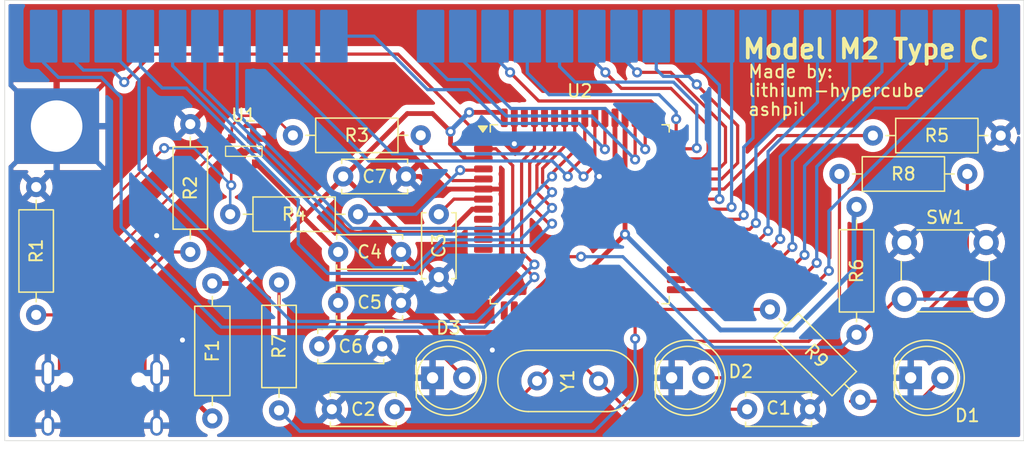
<source format=kicad_pcb>
(kicad_pcb (version 20241229) (generator "pcbnew") (generator_version "9.0")
  (layers (0 "F.Cu" signal) (2 "B.Cu" signal) (13 "F.Paste" user) (15 "B.Paste" user) (5 "F.SilkS" user "F.Silkscreen") (7 "B.SilkS" user "B.Silkscreen") (1 "F.Mask" user) (3 "B.Mask" user) (25 "Edge.Cuts" user))
  (net 0 "")
  (net 1 "GND")
  (net 2 "Net-(U2-XTAL1)")
  (net 3 "Net-(U2-XTAL2)")
  (net 4 "Net-(U2-UCAP)")
  (net 5 "+5V")
  (net 6 "VCC")
  (net 7 "Net-(USB1-CC1)")
  (net 8 "Net-(USB1-CC2)")
  (net 9 "Net-(U2-D+)")
  (net 10 "D+")
  (net 11 "Net-(U2-D-)")
  (net 12 "D-")
  (net 13 "Net-(U2-PE2{slash}~{HWB})")
  (net 14 "Net-(U2-~{RESET})")
  (net 17 "Net-(U2-PC3)")
  (net 19 "Net-(U2-PC0)")
  (net 20 "Net-(U2-PF1)")
  (net 21 "Net-(U2-PC1)")
  (net 22 "Net-(U2-PE7)")
  (net 24 "Net-(U2-PE6)")
  (net 26 "Net-(U2-PF2)")
  (net 28 "Net-(U2-PF5)")
  (net 29 "4")
  (net 30 "Net-(U2-PC5)")
  (net 33 "Net-(U2-PC7)")
  (net 34 "5")
  (net 35 "Net-(U2-PF6)")
  (net 38 "Net-(U2-PC6)")
  (net 39 "Net-(U2-PF0)")
  (net 41 "2")
  (net 42 "Net-(U2-PC4)")
  (net 43 "6")
  (net 45 "7")
  (net 47 "Net-(U2-PF7)")
  (net 51 "3")
  (net 52 "10")
  (net 53 "9")
  (net 54 "8")
  (net 55 "Net-(U2-PC2)")
  (net 56 "Net-(U2-PF3)")
  (net 57 "Net-(U2-PF4)")
  (net 58 "1")
  (net 62 "Net-(D1-A)")
  (net 63 "Net-(D2-A)")
  (net 64 "Net-(D3-A)")
  (net 65 "Net-(U2-PD5)")
  (net 66 "Net-(U2-PD6)")
  (net 67 "Net-(U2-PD7)")
  (footprint "Capacitor_THT:C_Disc_D5.0mm_W2.5mm_P5.00mm" (layer "F.Cu") (at 126 97.5)
    (property "Reference" "C6")
    (property "Value" "0.1uF")
  )
  (footprint "Resistor_THT:R_Axial_DIN0207_L6.3mm_D2.5mm_P10.16mm_Horizontal" (layer "F.Cu") (at 169 101.75 135)
    (property "Reference" "R9")
    (property "Value" "270")
  )
  (footprint "Capacitor_THT:C_Disc_D5.0mm_W2.5mm_P5.00mm" (layer "F.Cu") (at 127 102.5)
    (property "Reference" "C2")
    (property "Value" "22pF")
  )
  (footprint "M2_connectors:screw" (layer "F.Cu") (at 101.75 77)
    (property "Reference" "U3" (hide yes))
    (property "Value" "~")
  )
  (footprint "Resistor_THT:R_Axial_DIN0207_L6.3mm_D2.5mm_P10.16mm_Horizontal" (layer "F.Cu") (at 118.92 87)
    (property "Reference" "R4")
    (property "Value" "22")
  )
  (footprint "M2_connectors:SOT143B_silkscreen_compatibility" (layer "F.Cu") (at 120 82 -90)
    (property "Reference" "U1")
    (property "Value" "PRTR5V0U2X")
  )
  (footprint "Button_Switch_THT:SW_PUSH_6mm_H7.3mm" (layer "F.Cu") (at 172.5 89.25)
    (property "Reference" "SW1")
    (property "Value" "SW_Push")
  )
  (footprint "M2_connectors:18_exposed_traces" (layer "F.Cu") (at 133.75 70.75)
    (property "Reference" "18_exposed_traces1" (hide yes))
    (property "Value" "~")
  )
  (footprint "Resistor_THT:R_Axial_DIN0207_L6.3mm_D2.5mm_P10.16mm_Horizontal" (layer "F.Cu") (at 134.065 80.73 180)
    (property "Reference" "R3")
    (property "Value" "22")
  )
  (footprint "Capacitor_THT:C_Disc_D5.0mm_W2.5mm_P5.00mm" (layer "F.Cu") (at 127.9 84)
    (property "Reference" "C7")
    (property "Value" "10uF")
  )
  (footprint "Package_QFP:TQFP-64_14x14mm_P0.8mm" (layer "F.Cu") (at 146.7 87)
    (property "Reference" "U2")
    (property "Value" "AT90USB1286-AU")
  )
  (footprint "LED_THT:LED_D5.0mm_IRGrey" (layer "F.Cu") (at 173 100)
    (property "Reference" "D1")
    (property "Value" "3.3v")
  )
  (footprint "Capacitor_THT:C_Disc_D5.0mm_W2.5mm_P5.00mm" (layer "F.Cu") (at 127.5 90)
    (property "Reference" "C4")
    (property "Value" "0.1uF")
  )
  (footprint "Crystal:Crystal_HC49-U_Vertical" (layer "F.Cu") (at 148.19 100.25 180)
    (property "Reference" "Y1")
    (property "Value" "16MHz")
  )
  (footprint "Resistor_THT:R_Axial_DIN0207_L6.3mm_D2.5mm_P10.16mm_Horizontal" (layer "F.Cu") (at 168.7 86.42 -90)
    (property "Reference" "R6")
    (property "Value" "10k")
  )
  (footprint "LED_THT:LED_D5.0mm_IRGrey" (layer "F.Cu") (at 154 100)
    (property "Reference" "D2")
    (property "Value" "3.3v")
  )
  (footprint "Resistor_THT:R_Axial_DIN0207_L6.3mm_D2.5mm_P10.16mm_Horizontal" (layer "F.Cu") (at 122.8 92.43 -90)
    (property "Reference" "R7")
    (property "Value" "270")
  )
  (footprint "Capacitor_THT:C_Disc_D5.0mm_W2.5mm_P5.00mm" (layer "F.Cu") (at 127.5 94.05)
    (property "Reference" "C5")
    (property "Value" "0.1uF")
  )
  (footprint "Resistor_THT:R_Axial_DIN0207_L6.3mm_D2.5mm_P10.16mm_Horizontal" (layer "F.Cu") (at 177.5 83.8 180)
    (property "Reference" "R8")
    (property "Value" "270")
  )
  (footprint "M2_connectors:10_exposed_traces" (layer "F.Cu") (at 103 70.75)
    (property "Reference" "10_exposed_traces1" (hide yes))
    (property "Value" "~")
  )
  (footprint "Type-C:HRO-TYPE-C-31-M-12-HandSoldering" (layer "F.Cu") (at 108.75 106.4)
    (property "Reference" "USB1" (hide yes))
    (property "Value" "HRO-TYPE-C-31-M-12" (hide yes))
  )
  (footprint "Resistor_THT:R_Axial_DIN0207_L6.3mm_D2.5mm_P10.16mm_Horizontal" (layer "F.Cu") (at 103.5 95 90)
    (property "Reference" "R1")
    (property "Value" "5.1k")
  )
  (footprint "Resistor_THT:R_Axial_DIN0207_L6.3mm_D2.5mm_P10.16mm_Horizontal" (layer "F.Cu") (at 115.75 90 90)
    (property "Reference" "R2")
    (property "Value" "5.1k")
  )
  (footprint "LED_THT:LED_D5.0mm_IRGrey" (layer "F.Cu") (at 135 100)
    (property "Reference" "D3")
    (property "Value" "3.3v")
  )
  (footprint "M2_connectors:Littlefuse 0251.500MRT1L" (layer "F.Cu") (at 117.5 92.5 -90)
    (property "Reference" "F1")
    (property "Value" "500mA")
  )
  (footprint "Resistor_THT:R_Axial_DIN0207_L6.3mm_D2.5mm_P10.16mm_Horizontal" (layer "F.Cu") (at 170 80.75)
    (property "Reference" "R5")
    (property "Value" "10k")
  )
  (footprint "Capacitor_THT:C_Disc_D5.0mm_W2.5mm_P5.00mm" (layer "F.Cu") (at 160 102.5)
    (property "Reference" "C1")
    (property "Value" "22pF")
  )
  (footprint "Capacitor_THT:C_Disc_D5.0mm_W2.5mm_P5.00mm" (layer "F.Cu") (at 135.5 87 -90)
    (property "Reference" "C3")
    (property "Value" "1uF")
  )
  (gr_rect (start 101 70) (end 182 105) (stroke (width 0.05)) (fill no) (layer "Edge.Cuts"))
  (gr_text "\nashpil" (at 160 79.25 -0) (layer "F.SilkS") (effects (font (size 1 1) (thickness 0.153)) (justify left bottom)))
  (gr_text "Made by:" (at 160 76.25 -0) (layer "F.SilkS") (effects (font (size 1 1) (thickness 0.153)) (justify left bottom)))
  (gr_text "Model M2 Type C" (at 159.5 74.75 -0) (layer "F.SilkS") (effects (font (size 1.5 1.5) (thickness 0.3) (bold yes)) (justify left bottom)))
  (gr_text "lithium-hypercube\n" (at 160 77.75 -0) (layer "F.SilkS") (effects (font (size 1 1) (thickness 0.153)) (justify left bottom)))
  (segment (start 149.5 82.75) (end 148.25 84) (width 0.381) (layer "F.Cu") (net 1))
  (segment (start 115.085 97) (end 113.1 97) (width 0.381) (layer "F.Cu") (net 1))
  (segment (start 105.125 80) (end 105.5 80) (width 0.381) (layer "F.Cu") (net 1))
  (segment (start 139.75 97.795) (end 142.98 97.795) (width 0.381) (layer "F.Cu") (net 1))
  (segment (start 141.5 79.3375) (end 141.5 81.4) (width 0.381) (layer "F.Cu") (net 1))
  (segment (start 108.525 76.975) (end 109.075 76.425) (width 0.381) (layer "F.Cu") (net 1))
  (segment (start 101.725 83.025) (end 101.4915 83.2585) (width 0.381) (layer "F.Cu") (net 1))
  (segment (start 139.45 94.25) (end 140.5 93.2) (width 0.381) (layer "F.Cu") (net 1))
  (segment (start 104.75 80) (end 101.725 76.975) (width 0.381) (layer "F.Cu") (net 1))
  (segment (start 101.4915 76.7415) (end 101.4915 76.025) (width 0.381) (layer "F.Cu") (net 1))
  (segment (start 104.75 80) (end 101.725 83.025) (width 0.381) (layer "F.Cu") (net 1))
  (segment (start 140.5 93.2) (end 140.5 85) (width 0.381) (layer "F.Cu") (net 1))
  (segment (start 140.5 85) (end 135 85) (width 0.381) (layer "F.Cu") (net 1))
  (segment (start 135.5 92) (end 137.75 94.25) (width 0.381) (layer "F.Cu") (net 1))
  (segment (start 113.1 97) (end 111.975 98.125) (width 0.381) (layer "F.Cu") (net 1))
  (segment (start 101.725 76.975) (end 101.4915 76.7415) (width 0.381) (layer "F.Cu") (net 1))
  (segment (start 115.125 97.04) (end 115.085 97) (width 0.381) (layer "F.Cu") (net 1))
  (segment (start 144.7 96.075) (end 144.7 94.7) (width 0.381) (layer "F.Cu") (net 1))
  (segment (start 149.5 79.3375) (end 149.5 82.75) (width 0.381) (layer "F.Cu") (net 1))
  (segment (start 135 85) (end 134 84) (width 0.381) (layer "F.Cu") (net 1))
  (segment (start 105.525 98.205) (end 105.525 96.275) (width 0.381) (layer "F.Cu") (net 1))
  (segment (start 137.75 94.25) (end 139.45 94.25) (width 0.381) (layer "F.Cu") (net 1))
  (segment (start 142.98 97.795) (end 144.7 96.075) (width 0.381) (layer "F.Cu") (net 1))
  (segment (start 134 84) (end 133 84) (width 0.381) (layer "F.Cu") (net 1))
  (segment (start 111.975 98.125) (end 111.975 98.205) (width 0.381) (layer "F.Cu") (net 1))
  (segment (start 141.5 81.4) (end 141.5 81.5) (width 0.381) (layer "F.Cu") (net 1))
  (segment (start 101.4915 83.2585) (end 101.4915 84.425) (width 0.381) (layer "F.Cu") (net 1))
  (segment (start 105.5 80) (end 108.525 76.975) (width 0.381) (layer "F.Cu") (net 1))
  (via (at 148.25 84) (size 0.8) (drill 0.4) (layers "F.Cu" "B.Cu") (net 1))
  (via (at 115.125 97) (size 0.8) (drill 0.4) (layers "F.Cu" "B.Cu") (net 1))
  (via (at 139.75 97.795) (size 0.8) (drill 0.4) (layers "F.Cu" "B.Cu") (net 1))
  (via (at 141.5 81.4) (size 0.8) (drill 0.4) (layers "F.Cu" "B.Cu") (net 1))
  (via (at 113.075 88.7) (size 0.8) (drill 0.4) (layers "F.Cu" "B.Cu") (net 1))
  (segment (start 104.75 80) (end 101.725 83.025) (width 0.381) (layer "B.Cu") (net 1))
  (segment (start 105.125 80) (end 105.5 80) (width 0.381) (layer "B.Cu") (net 1))
  (segment (start 101.725 83.025) (end 101.4915 83.2585) (width 0.381) (layer "B.Cu") (net 1))
  (segment (start 101.725 76.975) (end 101.4915 76.7415) (width 0.381) (layer "B.Cu") (net 1))
  (segment (start 104.75 80) (end 101.725 76.975) (width 0.381) (layer "B.Cu") (net 1))
  (segment (start 101.4915 83.2585) (end 101.4915 84.425) (width 0.381) (layer "B.Cu") (net 1))
  (segment (start 105.5 80) (end 108.525 83.025) (width 0.381) (layer "B.Cu") (net 1))
  (segment (start 108.525 83.025) (end 109.2 83.7) (width 0.381) (layer "B.Cu") (net 1))
  (segment (start 105.125 80) (end 104.75 80) (width 0.381) (layer "B.Cu") (net 1))
  (segment (start 101.4915 76.7415) (end 101.4915 76.025) (width 0.381) (layer "B.Cu") (net 1))
  (segment (start 148.19 100.25) (end 150.44 102.5) (width 0.254) (layer "F.Cu") (net 2))
  (segment (start 148.19 100.25) (end 146.3 98.36) (width 0.254) (layer "F.Cu") (net 2))
  (segment (start 150.44 102.5) (end 160 102.5) (width 0.254) (layer "F.Cu") (net 2))
  (segment (start 146.3 98.36) (end 146.3 94.6625) (width 0.254) (layer "F.Cu") (net 2))
  (segment (start 145.5 98.06) (end 145.5 94.6625) (width 0.254) (layer "F.Cu") (net 3))
  (segment (start 141.06 102.5) (end 143.31 100.25) (width 0.254) (layer "F.Cu") (net 3))
  (segment (start 143.31 100.25) (end 145.5 98.06) (width 0.254) (layer "F.Cu") (net 3))
  (segment (start 132 102.5) (end 141.06 102.5) (width 0.254) (layer "F.Cu") (net 3))
  (segment (start 135.5 87) (end 136.7 85.8) (width 0.254) (layer "F.Cu") (net 4))
  (segment (start 136.7 85.8) (end 139 85.8) (width 0.254) (layer "F.Cu") (net 4))
  (segment (start 133.45 92.25) (end 127.5 92.25) (width 0.381) (layer "F.Cu") (net 5))
  (segment (start 132.5 88.5) (end 128 84) (width 0.381) (layer "F.Cu") (net 5))
  (segment (start 139 86.6) (end 138.15 86.6) (width 0.381) (layer "F.Cu") (net 5))
  (segment (start 127.5 94.05) (end 127.5 96) (width 0.381) (layer "F.Cu") (net 5))
  (segment (start 121 83) (end 120.95 83) (width 0.381) (layer "F.Cu") (net 5))
  (segment (start 137.915 78.905) (end 140.7 78.905) (width 0.381) (layer "F.Cu") (net 5))
  (segment (start 127.5 92.25) (end 127.5 94.05) (width 0.381) (layer "F.Cu") (net 5))
  (segment (start 138.15 86.6) (end 136.25 88.5) (width 0.381) (layer "F.Cu") (net 5))
  (segment (start 136.25 88.5) (end 132.5 88.5) (width 0.381) (layer "F.Cu") (net 5))
  (segment (start 125 87) (end 121 83) (width 0.381) (layer "F.Cu") (net 5))
  (segment (start 127.5 90) (end 124.75 87.25) (width 0.381) (layer "F.Cu") (net 5))
  (segment (start 146.85 92.05) (end 150.3 88.6) (width 0.381) (layer "F.Cu") (net 5))
  (segment (start 137.6 96.4) (end 133.45 92.25) (width 0.381) (layer "F.Cu") (net 5))
  (segment (start 127.5 92.25) (end 127.5 90) (width 0.381) (layer "F.Cu") (net 5))
  (segment (start 127.5 96) (end 126 97.5) (width 0.381) (layer "F.Cu") (net 5))
  (segment (start 137.625 82.6) (end 139 82.6) (width 0.381) (layer "F.Cu") (net 5))
  (segment (start 136.4325 80.4325) (end 135 79) (width 0.381) (layer "F.Cu") (net 5))
  (segment (start 136.4325 81.4075) (end 137.625 82.6) (width 0.381) (layer "F.Cu") (net 5))
  (segment (start 143.9 94.7) (end 143.9 95.480649) (width 0.381) (layer "F.Cu") (net 5))
  (segment (start 136.4325 80.4325) (end 136.4325 81.4075) (width 0.381) (layer "F.Cu") (net 5))
  (segment (start 124.75 87.25) (end 119.5 92.5) (width 0.381) (layer "F.Cu") (net 5))
  (segment (start 124.75 87.25) (end 125 87) (width 0.381) (layer "F.Cu") (net 5))
  (segment (start 133 79) (end 128 84) (width 0.381) (layer "F.Cu") (net 5))
  (segment (start 150.3 88.6) (end 150.3 79.3375) (width 0.381) (layer "F.Cu") (net 5))
  (segment (start 143.9 95.480649) (end 142.980649 96.4) (width 0.381) (layer "F.Cu") (net 5))
  (segment (start 143.9 94.6625) (end 143.9 93.925001) (width 0.381) (layer "F.Cu") (net 5))
  (segment (start 145.775001 92.05) (end 146.85 92.05) (width 0.381) (layer "F.Cu") (net 5))
  (segment (start 142.980649 96.4) (end 137.6 96.4) (width 0.381) (layer "F.Cu") (net 5))
  (segment (start 143.9 93.925001) (end 145.775001 92.05) (width 0.381) (layer "F.Cu") (net 5))
  (segment (start 119.5 92.5) (end 117.5 92.5) (width 0.381) (layer "F.Cu") (net 5))
  (segment (start 135 79) (end 133 79) (width 0.381) (layer "F.Cu") (net 5))
  (segment (start 128 84) (end 124.75 87.25) (width 0.381) (layer "F.Cu") (net 5))
  (via (at 150.3 88.6) (size 0.8) (drill 0.4) (layers "F.Cu" "B.Cu") (net 5))
  (via (at 137.915 78.905) (size 0.8) (drill 0.4) (layers "F.Cu" "B.Cu") (net 5))
  (via (at 136.4325 80.4325) (size 0.8) (drill 0.4) (layers "F.Cu" "B.Cu") (net 5))
  (segment (start 163.7 96.2) (end 168.5 91.4) (width 0.381) (layer "B.Cu") (net 5))
  (segment (start 168.5 91.4) (end 168.5 86.42) (width 0.381) (layer "B.Cu") (net 5))
  (segment (start 157.9 96.2) (end 163.7 96.2) (width 0.381) (layer "B.Cu") (net 5))
  (segment (start 137.885 78.905) (end 137.915 78.905) (width 0.381) (layer "B.Cu") (net 5))
  (segment (start 150.3 88.6) (end 157.9 96.2) (width 0.381) (layer "B.Cu") (net 5))
  (segment (start 136.4325 80.3575) (end 137.885 78.905) (width 0.381) (layer "B.Cu") (net 5))
  (segment (start 136.4325 80.4325) (end 136.4325 80.3575) (width 0.381) (layer "B.Cu") (net 5))
  (segment (start 106.3 98.205) (end 106.3 99.506005) (width 0.381) (layer "F.Cu") (net 6))
  (segment (start 107.463995 100.67) (end 108.75 100.67) (width 0.381) (layer "F.Cu") (net 6))
  (segment (start 115.77 101.5) (end 109.58 101.5) (width 0.381) (layer "F.Cu") (net 6))
  (segment (start 106.3 99.506005) (end 107.463995 100.67) (width 0.381) (layer "F.Cu") (net 6))
  (segment (start 117.5 103.23) (end 115.77 101.5) (width 0.381) (layer "F.Cu") (net 6))
  (segment (start 110.036005 100.67) (end 111.2 99.506005) (width 0.381) (layer "F.Cu") (net 6))
  (segment (start 109.58 101.5) (end 108.75 100.67) (width 0.381) (layer "F.Cu") (net 6))
  (segment (start 111.2 99.506005) (end 111.2 98.205) (width 0.381) (layer "F.Cu") (net 6))
  (segment (start 108.75 100.67) (end 110.036005 100.67) (width 0.381) (layer "F.Cu") (net 6))
  (segment (start 106 95) (end 103.5 95) (width 0.254) (layer "F.Cu") (net 7))
  (segment (start 107.5 98.205) (end 107.5 96.5) (width 0.254) (layer "F.Cu") (net 7))
  (segment (start 107.5 96.5) (end 106 95) (width 0.254) (layer "F.Cu") (net 7))
  (segment (start 113.95 90) (end 115.525 90) (width 0.254) (layer "F.Cu") (net 8))
  (segment (start 115.525 90) (end 115.95 89.575) (width 0.254) (layer "F.Cu") (net 8))
  (segment (start 110.5 93.45) (end 113.95 90) (width 0.254) (layer "F.Cu") (net 8))
  (segment (start 110.5 98.205) (end 110.5 93.45) (width 0.254) (layer "F.Cu") (net 8))
  (segment (start 138.875 84.325) (end 139 84.2) (width 0.254) (layer "F.Cu") (net 9))
  (segment (start 134.08 81.805) (end 136.6 84.325) (width 0.254) (layer "F.Cu") (net 9))
  (segment (start 136.6 84.325) (end 138.875 84.325) (width 0.254) (layer "F.Cu") (net 9))
  (segment (start 134.08 81) (end 134.08 81.805) (width 0.254) (layer "F.Cu") (net 9))
  (segment (start 108.5 98.205) (end 108.5 99.632) (width 0.2) (layer "F.Cu") (net 10))
  (segment (start 109.5 99.632) (end 109.5 98.205) (width 0.2) (layer "F.Cu") (net 10))
  (segment (start 109.197 99.935) (end 109.5 99.632) (width 0.2) (layer "F.Cu") (net 10))
  (segment (start 119.05 81) (end 118.89 80.84) (width 0.2) (layer "F.Cu") (net 10))
  (segment (start 123.905 80.73) (end 122.35 79.175) (width 0.2) (layer "F.Cu") (net 10))
  (segment (start 108.5 99.632) (end 108.803 99.935) (width 0.2) (layer "F.Cu") (net 10))
  (segment (start 122.35 79.175) (end 119.85 79.175) (width 0.2) (layer "F.Cu") (net 10))
  (segment (start 109.5 90.23) (end 109.5 98.205) (width 0.2) (layer "F.Cu") (net 10))
  (segment (start 119.85 79.175) (end 119.05 79.975) (width 0.2) (layer "F.Cu") (net 10))
  (segment (start 108.803 99.935) (end 109.197 99.935) (width 0.2) (layer "F.Cu") (net 10))
  (segment (start 119.05 79.975) (end 119.05 81) (width 0.2) (layer "F.Cu") (net 10))
  (segment (start 118.89 80.84) (end 109.5 90.23) (width 0.2) (layer "F.Cu") (net 10))
  (segment (start 137.2 83.499) (end 138.901 83.499) (width 0.254) (layer "F.Cu") (net 11))
  (segment (start 138.901 83.499) (end 139 83.4) (width 0.254) (layer "F.Cu") (net 11))
  (via (at 137.2 83.499) (size 0.8) (drill 0.4) (layers "F.Cu" "B.Cu") (net 11))
  (segment (start 133.7 87) (end 133.7 86.999) (width 0.254) (layer "B.Cu") (net 11))
  (segment (start 133.7 86.999) (end 137.2 83.499) (width 0.254) (layer "B.Cu") (net 11))
  (segment (start 133.7 87) (end 129.08 87) (width 0.254) (layer "B.Cu") (net 11))
  (segment (start 109 96.215) (end 108 95.215) (width 0.2) (layer "F.Cu") (net 12))
  (segment (start 113.675 81.75) (end 108 87.425) (width 0.2) (layer "F.Cu") (net 12))
  (segment (start 119 84.7) (end 119 83.05) (width 0.2) (layer "F.Cu") (net 12))
  (segment (start 119 83.05) (end 119.05 83) (width 0.2) (layer "F.Cu") (net 12))
  (segment (start 109 98.205) (end 109 96.215) (width 0.2) (layer "F.Cu") (net 12))
  (segment (start 108 95.215) (end 108 98.205) (width 0.2) (layer "F.Cu") (net 12))
  (segment (start 108 87.425) (end 108 95.215) (width 0.2) (layer "F.Cu") (net 12))
  (via (at 119 84.7) (size 0.8) (drill 0.4) (layers "F.Cu" "B.Cu") (net 12))
  (via (at 113.675 81.75) (size 0.8) (drill 0.4) (layers "F.Cu" "B.Cu") (net 12))
  (segment (start 113.675 81.75) (end 116.05 81.75) (width 0.2) (layer "B.Cu") (net 12))
  (segment (start 119 84.7) (end 118.92 84.78) (width 0.2) (layer "B.Cu") (net 12))
  (segment (start 116.05 81.75) (end 119 84.7) (width 0.2) (layer "B.Cu") (net 12))
  (segment (start 118.92 84.78) (end 118.92 87) (width 0.2) (layer "B.Cu") (net 12))
  (segment (start 158.157 85) (end 154.4 85) (width 0.254) (layer "F.Cu") (net 13))
  (segment (start 162.407 80.75) (end 158.157 85) (width 0.254) (layer "F.Cu") (net 13))
  (segment (start 169.698 80.75) (end 162.407 80.75) (width 0.254) (layer "F.Cu") (net 13))
  (segment (start 172.5 93.75) (end 171.85 93.75) (width 0.254) (layer "F.Cu") (net 14))
  (segment (start 145.85 90.375) (end 146.8 90.375) (width 0.254) (layer "F.Cu") (net 14))
  (segment (start 143.1 94.7) (end 143.1 93.125) (width 0.254) (layer "F.Cu") (net 14))
  (segment (start 143.1 93.125) (end 145.85 90.375) (width 0.254) (layer "F.Cu") (net 14))
  (segment (start 169.02 96.58) (end 168.5 96.58) (width 0.254) (layer "F.Cu") (net 14))
  (segment (start 172.5 93.75) (end 171.7 93.75) (width 0.254) (layer "F.Cu") (net 14))
  (segment (start 171.85 93.75) (end 169.02 96.58) (width 0.254) (layer "F.Cu") (net 14))
  (via (at 146.8 90.375) (size 0.8) (drill 0.4) (layers "F.Cu" "B.Cu") (net 14))
  (segment (start 168.5 96.58) (end 167.5 97.58) (width 0.254) (layer "B.Cu") (net 14))
  (segment (start 150.125 90.375) (end 146.8 90.375) (width 0.254) (layer "B.Cu") (net 14))
  (segment (start 167.5 97.58) (end 157.33 97.58) (width 0.254) (layer "B.Cu") (net 14))
  (segment (start 179 93.75) (end 172.5 93.75) (width 0.254) (layer "B.Cu") (net 14))
  (segment (start 157.33 97.58) (end 150.125 90.375) (width 0.254) (layer "B.Cu") (net 14))
  (segment (start 161 89) (end 161.666667 88.333333) (width 0.254) (layer "F.Cu") (net 17))
  (segment (start 154.3625 89) (end 161 89) (width 0.254) (layer "F.Cu") (net 17))
  (via (at 161.666667 88.333333) (size 0.8) (drill 0.4) (layers "F.Cu" "B.Cu") (net 17))
  (segment (start 161.666667 88.333333) (end 161.666667 82.024542) (width 0.254) (layer "B.Cu") (net 17))
  (segment (start 165.59375 78.097459) (end 165.59375 72.85) (width 0.254) (layer "B.Cu") (net 17))
  (segment (start 161.666667 82.024542) (end 165.59375 78.097459) (width 0.254) (layer "B.Cu") (net 17))
  (segment (start 163.4 91.4) (end 154.3625 91.4) (width 0.254) (layer "F.Cu") (net 19))
  (segment (start 164.566667 90.233333) (end 163.4 91.4) (width 0.254) (layer "F.Cu") (net 19))
  (via (at 164.566667 90.233333) (size 0.8) (drill 0.4) (layers "F.Cu" "B.Cu") (net 19))
  (segment (start 164.566667 90.233333) (end 164.566667 83.174333) (width 0.254) (layer "B.Cu") (net 19))
  (segment (start 164.566667 83.174333) (end 173.28125 74.45975) (width 0.254) (layer "B.Cu") (net 19))
  (segment (start 173.28125 74.45975) (end 173.28125 72.85) (width 0.254) (layer "B.Cu") (net 19))
  (segment (start 143.9 79.3) (end 143.9 81.76) (width 0.254) (layer "F.Cu") (net 20))
  (segment (start 142.72 86.22) (end 144.5 88) (width 0.254) (layer "F.Cu") (net 20))
  (segment (start 143.9 81.76) (end 142.72 82.94) (width 0.254) (layer "F.Cu") (net 20))
  (segment (start 142.72 82.94) (end 142.72 86.22) (width 0.254) (layer "F.Cu") (net 20))
  (via (at 144.5 87.75) (size 0.8) (drill 0.4) (layers "F.Cu" "B.Cu") (net 20))
  (segment (start 124.33 89.359548) (end 124.33 85.866) (width 0.254) (layer "B.Cu") (net 20))
  (segment (start 135.948085 89.493) (end 133.736084 91.705) (width 0.254) (layer "B.Cu") (net 20))
  (segment (start 126.675452 91.705) (end 124.33 89.359548) (width 0.254) (layer "B.Cu") (net 20))
  (segment (start 144.5 87.75) (end 142.757 89.493) (width 0.254) (layer "B.Cu") (net 20))
  (segment (start 142.757 89.493) (end 135.948085 89.493) (width 0.254) (layer "B.Cu") (net 20))
  (segment (start 115.434 76.97) (end 113.52 76.97) (width 0.254) (layer "B.Cu") (net 20))
  (segment (start 113.52 76.97) (end 111.78125 75.23125) (width 0.254) (layer "B.Cu") (net 20))
  (segment (start 133.736084 91.705) (end 126.675452 91.705) (width 0.254) (layer "B.Cu") (net 20))
  (segment (start 124.33 85.866) (end 115.434 76.97) (width 0.254) (layer "B.Cu") (net 20))
  (segment (start 111.78125 75.23125) (end 111.78125 72.85) (width 0.254) (layer "B.Cu") (net 20))
  (segment (start 154.3625 90.6) (end 162.6 90.6) (width 0.254) (layer "F.Cu") (net 21))
  (segment (start 162.6 90.6) (end 163.6 89.6) (width 0.254) (layer "F.Cu") (net 21))
  (via (at 163.6 89.6) (size 0.8) (drill 0.4) (layers "F.Cu" "B.Cu") (net 21))
  (segment (start 170.71875 75.67232) (end 170.71875 72.85) (width 0.254) (layer "B.Cu") (net 21))
  (segment (start 163.6 89.6) (end 163.6 82.79107) (width 0.254) (layer "B.Cu") (net 21))
  (segment (start 163.6 82.79107) (end 170.71875 75.67232) (width 0.254) (layer "B.Cu") (net 21))
  (segment (start 141.37125 83.13225) (end 140.039 81.8) (width 0.254) (layer "F.Cu") (net 22))
  (segment (start 140.039 81.8) (end 139.0375 81.8) (width 0.254) (layer "F.Cu") (net 22))
  (segment (start 141.37125 90.300798) (end 143.070452 92) (width 0.254) (layer "F.Cu") (net 22))
  (segment (start 143.070452 92) (end 143.1 92) (width 0.254) (layer "F.Cu") (net 22))
  (segment (start 141.37125 83.13225) (end 141.37125 90.300798) (width 0.254) (layer "F.Cu") (net 22))
  (via (at 143.1 92) (size 0.8) (drill 0.4) (layers "F.Cu" "B.Cu") (net 22))
  (segment (start 110.25 88) (end 110.25 77.703176) (width 0.254) (layer "B.Cu") (net 22))
  (segment (start 110.25 77.703176) (end 108.671824 76.125) (width 0.254) (layer "B.Cu") (net 22))
  (segment (start 139.1265 95.9735) (end 118.2235 95.9735) (width 0.254) (layer "B.Cu") (net 22))
  (segment (start 104.09375 74.95) (end 104.09375 72.85) (width 0.254) (layer "B.Cu") (net 22))
  (segment (start 143.1 92) (end 139.1265 95.9735) (width 0.254) (layer "B.Cu") (net 22))
  (segment (start 118.2235 95.9735) (end 110.25 88) (width 0.254) (layer "B.Cu") (net 22))
  (segment (start 105.26875 76.125) (end 104.09375 74.95) (width 0.254) (layer "B.Cu") (net 22))
  (segment (start 108.671824 76.125) (end 105.26875 76.125) (width 0.254) (layer "B.Cu") (net 22))
  (segment (start 138.975 81) (end 132.25 74.275) (width 0.254) (layer "F.Cu") (net 24))
  (segment (start 132.25 74.275) (end 112.725 74.275) (width 0.254) (layer "F.Cu") (net 24))
  (segment (start 139 81) (end 138.975 81) (width 0.254) (layer "F.Cu") (net 24))
  (segment (start 112.725 74.275) (end 110.5 76.5) (width 0.254) (layer "F.Cu") (net 24))
  (via (at 110.5 76.5) (size 0.8) (drill 0.4) (layers "F.Cu" "B.Cu") (net 24))
  (segment (start 107.25225 75.546) (end 109.546 75.546) (width 0.254) (layer "B.Cu") (net 24))
  (segment (start 109.546 75.546) (end 110.5 76.5) (width 0.254) (layer "B.Cu") (net 24))
  (segment (start 106.65625 72.85) (end 106.65625 74.95) (width 0.254) (layer "B.Cu") (net 24))
  (segment (start 106.65625 74.95) (end 107.25225 75.546) (width 0.254) (layer "B.Cu") (net 24))
  (segment (start 143.295 83.115) (end 143.295 85.295) (width 0.254) (layer "F.Cu") (net 26))
  (segment (start 144.7 79.3) (end 144.7 81.71) (width 0.254) (layer "F.Cu") (net 26))
  (segment (start 144.7 81.71) (end 143.295 83.115) (width 0.254) (layer "F.Cu") (net 26))
  (segment (start 143.295 85.295) (end 144.5 86.5) (width 0.254) (layer "F.Cu") (net 26))
  (via (at 144.5 86.5) (size 0.8) (drill 0.4) (layers "F.Cu" "B.Cu") (net 26))
  (segment (start 130.387589 91.25) (end 114.34375 75.206161) (width 0.254) (layer "B.Cu") (net 26))
  (segment (start 133.547617 91.25) (end 130.387589 91.25) (width 0.254) (layer "B.Cu") (net 26))
  (segment (start 141.962 89.038) (end 135.759617 89.038) (width 0.254) (layer "B.Cu") (net 26))
  (segment (start 135.759617 89.038) (end 133.547617 91.25) (width 0.254) (layer "B.Cu") (net 26))
  (segment (start 144.5 86.5) (end 141.962 89.038) (width 0.254) (layer "B.Cu") (net 26))
  (segment (start 114.34375 75.206161) (end 114.34375 72.85) (width 0.254) (layer "B.Cu") (net 26))
  (segment (start 147.09328 82.414672) (end 145.51875 83.989202) (width 0.254) (layer "F.Cu") (net 28))
  (segment (start 147.1 82.414672) (end 147.09328 82.414672) (width 0.254) (layer "F.Cu") (net 28))
  (segment (start 145.51875 83.989202) (end 145.51875 84) (width 0.254) (layer "F.Cu") (net 28))
  (segment (start 147.1 82.414672) (end 147.1 79.3) (width 0.254) (layer "F.Cu") (net 28))
  (via (at 145.75 84) (size 0.8) (drill 0.4) (layers "F.Cu" "B.Cu") (net 28))
  (segment (start 122.03125 74.865251) (end 122.03125 72.85) (width 0.254) (layer "B.Cu") (net 28))
  (segment (start 144.521 82.771) (end 129.936999 82.771) (width 0.254) (layer "B.Cu") (net 28))
  (segment (start 145.75 84) (end 144.521 82.771) (width 0.254) (layer "B.Cu") (net 28))
  (segment (start 129.936999 82.771) (end 122.03125 74.865251) (width 0.254) (layer "B.Cu") (net 28))
  (segment (start 155.95 81.8) (end 156 81.75) (width 0.254) (layer "F.Cu") (net 29))
  (segment (start 154.4 81.8) (end 155.95 81.8) (width 0.254) (layer "F.Cu") (net 29))
  (via (at 156 81.75) (size 0.8) (drill 0.4) (layers "F.Cu" "B.Cu") (net 29))
  (segment (start 154.15 76.5) (end 146.333 76.5) (width 0.254) (layer "B.Cu") (net 29))
  (segment (start 156 81.75) (end 156 78.35) (width 0.254) (layer "B.Cu") (net 29))
  (segment (start 156 78.35) (end 154.15 76.5) (width 0.254) (layer "B.Cu") (net 29))
  (segment (start 146.333 76.5) (end 145.09375 75.26075) (width 0.254) (layer "B.Cu") (net 29))
  (segment (start 145.09375 75.26075) (end 145.09375 72.85) (width 0.254) (layer "B.Cu") (net 29))
  (segment (start 159.4 87.4) (end 154.3625 87.4) (width 0.254) (layer "F.Cu") (net 30))
  (segment (start 159.733333 87.066667) (end 159.4 87.4) (width 0.254) (layer "F.Cu") (net 30))
  (via (at 159.733333 87.066667) (size 0.8) (drill 0.4) (layers "F.Cu" "B.Cu") (net 30))
  (segment (start 159.733333 87.066667) (end 159.733333 81.672667) (width 0.254) (layer "B.Cu") (net 30))
  (segment (start 160.46875 80.93725) (end 160.46875 72.85) (width 0.254) (layer "B.Cu") (net 30))
  (segment (start 159.733333 81.672667) (end 160.46875 80.93725) (width 0.254) (layer "B.Cu") (net 30))
  (segment (start 154.4 85.8) (end 157.8 85.8) (width 0.254) (layer "F.Cu") (net 33))
  (via (at 157.8 85.8) (size 0.8) (drill 0.4) (layers "F.Cu" "B.Cu") (net 33))
  (segment (start 155.34375 74.28375) (end 155.34375 72.85) (width 0.254) (layer "B.Cu") (net 33))
  (segment (start 157.8 76.74) (end 155.34375 74.28375) (width 0.254) (layer "B.Cu") (net 33))
  (segment (start 157.8 85.8) (end 157.8 76.74) (width 0.254) (layer "B.Cu") (net 33))
  (segment (start 154.3625 81) (end 154.3625 79.4375) (width 0.254) (layer "F.Cu") (net 34))
  (via (at 154.3625 79.4375) (size 0.8) (drill 0.4) (layers "F.Cu" "B.Cu") (net 34))
  (segment (start 153 77.5) (end 144.259 77.5) (width 0.254) (layer "B.Cu") (net 34))
  (segment (start 154.3625 78.8625) (end 153 77.5) (width 0.254) (layer "B.Cu") (net 34))
  (segment (start 144.259 77.5) (end 142.53125 75.77225) (width 0.254) (layer "B.Cu") (net 34))
  (segment (start 142.53125 75.77225) (end 142.53125 72.85) (width 0.254) (layer "B.Cu") (net 34))
  (segment (start 154.3625 79.4375) (end 154.3625 78.8625) (width 0.254) (layer "B.Cu") (net 34))
  (segment (start 147.9 83.1) (end 147 84) (width 0.254) (layer "F.Cu") (net 35))
  (segment (start 147.9 79.3375) (end 147.9 83.1) (width 0.254) (layer "F.Cu") (net 35))
  (via (at 147 84) (size 0.8) (drill 0.4) (layers "F.Cu" "B.Cu") (net 35))
  (segment (start 131.808 82.2) (end 124.59375 74.98575) (width 0.254) (layer "B.Cu") (net 35))
  (segment (start 147 84) (end 145.2 82.2) (width 0.254) (layer "B.Cu") (net 35))
  (segment (start 124.59375 74.98575) (end 124.59375 72.85) (width 0.254) (layer "B.Cu") (net 35))
  (segment (start 145.2 82.2) (end 131.808 82.2) (width 0.254) (layer "B.Cu") (net 35))
  (segment (start 158.766667 86.433333) (end 158.6 86.6) (width 0.254) (layer "F.Cu") (net 38))
  (segment (start 158.6 86.6) (end 154.3625 86.6) (width 0.254) (layer "F.Cu") (net 38))
  (via (at 158.766667 86.433333) (size 0.8) (drill 0.4) (layers "F.Cu" "B.Cu") (net 38))
  (segment (start 158.766667 73.226667) (end 158.766667 86.433333) (width 0.254) (layer "B.Cu") (net 38))
  (segment (start 158.165 72.625) (end 158.766667 73.226667) (width 0.254) (layer "B.Cu") (net 38))
  (segment (start 142.079 89.979) (end 142.079 82.821) (width 0.254) (layer "F.Cu") (net 39))
  (segment (start 143.1 81.8) (end 143.1 79.3) (width 0.254) (layer "F.Cu") (net 39))
  (segment (start 143.1 91) (end 142.079 89.979) (width 0.254) (layer "F.Cu") (net 39))
  (segment (start 142.079 82.821) (end 143.1 81.8) (width 0.254) (layer "F.Cu") (net 39))
  (via (at 143.1 91) (size 0.8) (drill 0.4) (layers "F.Cu" "B.Cu") (net 39))
  (segment (start 143.070452 91) (end 138.551952 95.5185) (width 0.254) (layer "B.Cu") (net 39))
  (segment (start 138.551952 95.5185) (end 123.7685 95.5185) (width 0.254) (layer "B.Cu") (net 39))
  (segment (start 123.7685 95.5185) (end 111.673646 83.423646) (width 0.254) (layer "B.Cu") (net 39))
  (segment (start 143.1 91) (end 143.070452 91) (width 0.254) (layer "B.Cu") (net 39))
  (segment (start 111.673646 76.33897) (end 109.21875 73.884074) (width 0.254) (layer "B.Cu") (net 39))
  (segment (start 111.673646 83.423646) (end 111.673646 76.33897) (width 0.254) (layer "B.Cu") (net 39))
  (segment (start 109.21875 73.884074) (end 109.21875 72.85) (width 0.254) (layer "B.Cu") (net 39))
  (segment (start 158.283333 80.075001) (end 158.283333 82.875) (width 0.254) (layer "F.Cu") (net 41))
  (segment (start 157.775 83.383333) (end 157.775 83.4) (width 0.254) (layer "F.Cu") (net 41))
  (segment (start 157.775 83.4) (end 154.4 83.4) (width 0.254) (layer "F.Cu") (net 41))
  (segment (start 153.933332 75.725) (end 158.283333 80.075001) (width 0.254) (layer "F.Cu") (net 41))
  (segment (start 158.283333 82.875) (end 157.775 83.383333) (width 0.254) (layer "F.Cu") (net 41))
  (segment (start 151.2625 75.725) (end 153.933332 75.725) (width 0.254) (layer "F.Cu") (net 41))
  (via (at 151.2625 75.725) (size 0.8) (drill 0.4) (layers "F.Cu" "B.Cu") (net 41))
  (segment (start 150.21875 74.68125) (end 150.21875 72.85) (width 0.254) (layer "B.Cu") (net 41))
  (segment (start 151.2625 75.725) (end 150.21875 74.68125) (width 0.254) (layer "B.Cu") (net 41))
  (segment (start 160.2 88.2) (end 154.3625 88.2) (width 0.254) (layer "F.Cu") (net 42))
  (segment (start 160.7 87.7) (end 160.2 88.2) (width 0.254) (layer "F.Cu") (net 42))
  (via (at 160.7 87.7) (size 0.8) (drill 0.4) (layers "F.Cu" "B.Cu") (net 42))
  (segment (start 160.7 81.641278) (end 163.03125 79.310028) (width 0.254) (layer "B.Cu") (net 42))
  (segment (start 163.03125 79.310028) (end 163.03125 72.85) (width 0.254) (layer "B.Cu") (net 42))
  (segment (start 160.7 87.7) (end 160.7 81.641278) (width 0.254) (layer "B.Cu") (net 42))
  (segment (start 152.7 78.35) (end 152.35 78) (width 0.254) (layer "F.Cu") (net 43))
  (segment (start 152.7 79.3375) (end 152.7 78.35) (width 0.254) (layer "F.Cu") (net 43))
  (segment (start 143.4375 78) (end 152.35 78) (width 0.254) (layer "F.Cu") (net 43))
  (segment (start 141.1625 75.725) (end 143.4375 78) (width 0.254) (layer "F.Cu") (net 43))
  (via (at 141.1625 75.725) (size 0.8) (drill 0.4) (layers "F.Cu" "B.Cu") (net 43))
  (segment (start 141.1625 75.725) (end 139.96875 74.53125) (width 0.254) (layer "B.Cu") (net 43))
  (segment (start 139.96875 74.53125) (end 139.96875 72.85) (width 0.254) (layer "B.Cu") (net 43))
  (segment (start 151.9 79.3375) (end 151.9 81.925) (width 0.254) (layer "F.Cu") (net 45))
  (via (at 151.9 81.8375) (size 0.8) (drill 0.4) (layers "F.Cu" "B.Cu") (net 45))
  (segment (start 148.729167 78.596111) (end 141.22163 78.596111) (width 0.254) (layer "B.Cu") (net 45))
  (segment (start 141.22163 78.596111) (end 137.40625 74.780731) (width 0.254) (layer "B.Cu") (net 45))
  (segment (start 137.40625 74.780731) (end 137.40625 72.85) (width 0.254) (layer "B.Cu") (net 45))
  (segment (start 151.9 81.766944) (end 148.729167 78.596111) (width 0.254) (layer "B.Cu") (net 45))
  (segment (start 151.9 81.8375) (end 151.9 81.766944) (width 0.254) (layer "B.Cu") (net 45))
  (segment (start 137.40625 74.73125) (end 137.40625 72.85) (width 0.254) (layer "B.Cu") (net 45))
  (segment (start 148.7 79.3375) (end 148.7 81.8375) (width 0.254) (layer "F.Cu") (net 47))
  (via (at 148.7 81.8375) (size 0.8) (drill 0.4) (layers "F.Cu" "B.Cu") (net 47))
  (segment (start 130.35 72.85) (end 127.15625 72.85) (width 0.254) (layer "B.Cu") (net 47))
  (segment (start 148.7 81.8375) (end 146.650833 79.788333) (width 0.254) (layer "B.Cu") (net 47))
  (segment (start 140.515455 79.788333) (end 137.827122 77.1) (width 0.254) (layer "B.Cu") (net 47))
  (segment (start 134.6 77.1) (end 130.35 72.85) (width 0.254) (layer "B.Cu") (net 47))
  (segment (start 137.827122 77.1) (end 134.6 77.1) (width 0.254) (layer "B.Cu") (net 47))
  (segment (start 146.650833 79.788333) (end 140.515455 79.788333) (width 0.254) (layer "B.Cu") (net 47))
  (segment (start 150.0125 77) (end 153.95 77) (width 0.254) (layer "F.Cu") (net 51))
  (segment (start 156.425 82.6) (end 154.3625 82.6) (width 0.254) (layer "F.Cu") (net 51))
  (segment (start 148.7375 75.725) (end 150.0125 77) (width 0.254) (layer "F.Cu") (net 51))
  (segment (start 156.9 79.95) (end 156.9 82.125) (width 0.254) (layer "F.Cu") (net 51))
  (segment (start 156.9 82.125) (end 156.425 82.6) (width 0.254) (layer "F.Cu") (net 51))
  (segment (start 153.95 77) (end 156.9 79.95) (width 0.254) (layer "F.Cu") (net 51))
  (via (at 148.7375 75.725) (size 0.8) (drill 0.4) (layers "F.Cu" "B.Cu") (net 51))
  (segment (start 147.65625 74.64375) (end 147.65625 72.85) (width 0.254) (layer "B.Cu") (net 51))
  (segment (start 148.7375 75.725) (end 147.65625 74.64375) (width 0.254) (layer "B.Cu") (net 51))
  (segment (start 165 93) (end 154.4 93) (width 0.254) (layer "F.Cu") (net 52))
  (segment (start 166.5 91.5) (end 165 93) (width 0.254) (layer "F.Cu") (net 52))
  (via (at 166.5 91.5) (size 0.8) (drill 0.4) (layers "F.Cu" "B.Cu") (net 52))
  (segment (start 166.5 86.75) (end 178.40625 74.84375) (width 0.254) (layer "B.Cu") (net 52))
  (segment (start 166.5 86.75) (end 166.5 91.5) (width 0.254) (layer "B.Cu") (net 52))
  (segment (start 178.40625 74.84375) (end 178.40625 72.85) (width 0.254) (layer "B.Cu") (net 52))
  (segment (start 164.2 92.2) (end 165.533333 90.866667) (width 0.254) (layer "F.Cu") (net 53))
  (segment (start 154.3625 92.2) (end 164.2 92.2) (width 0.254) (layer "F.Cu") (net 53))
  (via (at 165.533333 90.866667) (size 0.8) (drill 0.4) (layers "F.Cu" "B.Cu") (net 53))
  (segment (start 175.84375 75.45625) (end 175.84375 72.85) (width 0.254) (layer "B.Cu") (net 53))
  (segment (start 165.533333 83.215265) (end 170.183252 78.565346) (width 0.254) (layer "B.Cu") (net 53))
  (segment (start 165.533333 90.866667) (end 165.533333 83.215265) (width 0.254) (layer "B.Cu") (net 53))
  (segment (start 172.734654 78.565346) (end 175.84375 75.45625) (width 0.254) (layer "B.Cu") (net 53))
  (segment (start 170.183252 78.565346) (end 172.734654 78.565346) (width 0.254) (layer "B.Cu") (net 53))
  (segment (start 151.1 79.3375) (end 151.1 82.65) (width 0.254) (layer "F.Cu") (net 54))
  (via (at 151.1 82.65) (size 0.8) (drill 0.4) (layers "F.Cu" "B.Cu") (net 54))
  (segment (start 151.1 82.65) (end 147.642222 79.192222) (width 0.254) (layer "B.Cu") (net 54))
  (segment (start 140.853222 79.192222) (end 137.961 76.3) (width 0.254) (layer "B.Cu") (net 54))
  (segment (start 134.84375 74.95) (end 134.84375 72.85) (width 0.254) (layer "B.Cu") (net 54))
  (segment (start 147.642222 79.192222) (end 140.853222 79.192222) (width 0.254) (layer "B.Cu") (net 54))
  (segment (start 137.961 76.3) (end 136.19375 76.3) (width 0.254) (layer "B.Cu") (net 54))
  (segment (start 136.19375 76.3) (end 134.84375 74.95) (width 0.254) (layer "B.Cu") (net 54))
  (segment (start 162.633333 88.966667) (end 161.8 89.8) (width 0.254) (layer "F.Cu") (net 55))
  (segment (start 161.8 89.8) (end 154.3625 89.8) (width 0.254) (layer "F.Cu") (net 55))
  (via (at 162.633333 88.966667) (size 0.8) (drill 0.4) (layers "F.Cu" "B.Cu") (net 55))
  (segment (start 168.15625 76.884889) (end 168.15625 72.85) (width 0.254) (layer "B.Cu") (net 55))
  (segment (start 162.633333 88.966667) (end 162.633333 82.407806) (width 0.254) (layer "B.Cu") (net 55))
  (segment (start 162.633333 82.407806) (end 168.15625 76.884889) (width 0.254) (layer "B.Cu") (net 55))
  (segment (start 143.75 83.36) (end 143.75 84.5) (width 0.254) (layer "F.Cu") (net 56))
  (segment (start 143.75 84.5) (end 144.5 85.25) (width 0.254) (layer "F.Cu") (net 56))
  (segment (start 145.5 81.61) (end 143.75 83.36) (width 0.254) (layer "F.Cu") (net 56))
  (segment (start 145.5 79.3375) (end 145.5 81.61) (width 0.254) (layer "F.Cu") (net 56))
  (via (at 144.5 85.25) (size 0.8) (drill 0.4) (layers "F.Cu" "B.Cu") (net 56))
  (segment (start 144.5 85.25) (end 141.167 88.583) (width 0.254) (layer "B.Cu") (net 56))
  (segment (start 128.394178 88.583) (end 116.90625 77.095072) (width 0.254) (layer "B.Cu") (net 56))
  (segment (start 116.90625 77.095072) (end 116.90625 72.85) (width 0.254) (layer "B.Cu") (net 56))
  (segment (start 141.167 88.583) (end 128.394178 88.583) (width 0.254) (layer "B.Cu") (net 56))
  (segment (start 146.3 81.949) (end 146.3 79.3) (width 0.254) (layer "F.Cu") (net 57))
  (segment (start 144.5 83.749) (end 144.5 84) (width 0.254) (layer "F.Cu") (net 57))
  (segment (start 146.3 81.949) (end 144.5 83.749) (width 0.254) (layer "F.Cu") (net 57))
  (via (at 144.5 84) (size 0.8) (drill 0.4) (layers "F.Cu" "B.Cu") (net 57))
  (segment (start 140.372 88.128) (end 128.612767 88.128) (width 0.254) (layer "B.Cu") (net 57))
  (segment (start 119.46875 78.983983) (end 119.46875 72.85) (width 0.254) (layer "B.Cu") (net 57))
  (segment (start 144.5 84) (end 140.372 88.128) (width 0.254) (layer "B.Cu") (net 57))
  (segment (start 128.612767 88.128) (end 119.46875 78.983983) (width 0.254) (layer "B.Cu") (net 57))
  (segment (start 159.25 82.925) (end 157.975 84.2) (width 0.254) (layer "F.Cu") (net 58))
  (segment (start 156 76.68) (end 156 76.71) (width 0.254) (layer "F.Cu") (net 58))
  (segment (start 157.975 84.2) (end 154.4 84.2) (width 0.254) (layer "F.Cu") (net 58))
  (segment (start 159.25 79.96) (end 159.25 82.925) (width 0.254) (layer "F.Cu") (net 58))
  (segment (start 156 76.71) (end 159.25 79.96) (width 0.254) (layer "F.Cu") (net 58))
  (via (at 156 76.68) (size 0.8) (drill 0.4) (layers "F.Cu" "B.Cu") (net 58))
  (segment (start 152.78125 75.48125) (end 152.78125 72.85) (width 0.254) (layer "B.Cu") (net 58))
  (segment (start 153.345 76.045) (end 152.78125 75.48125) (width 0.254) (layer "B.Cu") (net 58))
  (segment (start 156 76.68) (end 155.365 76.045) (width 0.254) (layer "B.Cu") (net 58))
  (segment (start 155.365 76.045) (end 153.345 76.045) (width 0.254) (layer "B.Cu") (net 58))
  (segment (start 175.54 100) (end 173.677897 101.862103) (width 0.254) (layer "F.Cu") (net 62))
  (segment (start 173.677897 101.862103) (end 168.217103 101.862103) (width 0.254) (layer "F.Cu") (net 62))
  (segment (start 177.5 83.8) (end 177.5 91.525) (width 0.254) (layer "F.Cu") (net 63))
  (segment (start 177.5 91.525) (end 169.025 100) (width 0.254) (layer "F.Cu") (net 63))
  (segment (start 169.025 100) (end 156.54 100) (width 0.254) (layer "F.Cu") (net 63))
  (segment (start 137.54 100) (end 133.844077 96.304077) (width 0.254) (layer "F.Cu") (net 64))
  (segment (start 126.9 99.4) (end 124.57 99.4) (width 0.254) (layer "F.Cu") (net 64))
  (segment (start 133.844077 96.304077) (end 129.995923 96.304077) (width 0.254) (layer "F.Cu") (net 64))
  (segment (start 122.8 97.63) (end 122.8 92.43) (width 0.254) (layer "F.Cu") (net 64))
  (segment (start 124.57 99.4) (end 122.8 97.63) (width 0.254) (layer "F.Cu") (net 64))
  (segment (start 129.995923 96.304077) (end 126.9 99.4) (width 0.254) (layer "F.Cu") (net 64))
  (segment (start 151.1 96.89) (end 151.1 94.7) (width 0.254) (layer "F.Cu") (net 65))
  (via (at 151.1 96.89) (size 0.8) (drill 0.4) (layers "F.Cu" "B.Cu") (net 65))
  (segment (start 122.8 102.59) (end 124.46 104.25) (width 0.254) (layer "B.Cu") (net 65))
  (segment (start 124.46 104.25) (end 147.876 104.25) (width 0.254) (layer "B.Cu") (net 65))
  (segment (start 151.1 101.026) (end 151.1 96.89) (width 0.254) (layer "B.Cu") (net 65))
  (segment (start 147.876 104.25) (end 151.1 101.026) (width 0.254) (layer "B.Cu") (net 65))
  (segment (start 167.34 83.8) (end 167.34 94.66) (width 0.254) (layer "F.Cu") (net 66))
  (segment (start 167.34 94.66) (end 164.9 97.1) (width 0.254) (layer "F.Cu") (net 66))
  (segment (start 164.9 97.1) (end 153.296 97.1) (width 0.254) (layer "F.Cu") (net 66))
  (segment (start 153.296 97.1) (end 151.9 95.704) (width 0.254) (layer "F.Cu") (net 66))
  (segment (start 151.9 95.704) (end 151.9 94.7) (width 0.254) (layer "F.Cu") (net 66))
  (segment (start 152.796705 94.565795) (end 161.815795 94.565795) (width 0.254) (layer "F.Cu") (net 67))
  (segment (start 152.7 94.6625) (end 152.796705 94.565795) (width 0.254) (layer "F.Cu") (net 67))
  (zone (net 1) (net_name "GND") (layer "F.Cu") (connect_pads (clearance 0.508)) (min_thickness 0.25) (fill yes (thermal_gap 0.5) (thermal_bridge_width 0.5))
    (polygon (pts (xy 182 105) (xy 182 70) (xy 101 70) (xy 101 105)))
  )
  (zone (net 1) (net_name "GND") (layer "B.Cu") (priority 1) (connect_pads (clearance 0.508)) (min_thickness 0.25) (fill yes (thermal_gap 0.5) (thermal_bridge_width 0.5))
    (polygon (pts (xy 182 105) (xy 182 70) (xy 101 70) (xy 101 105)))
  )
)
</source>
